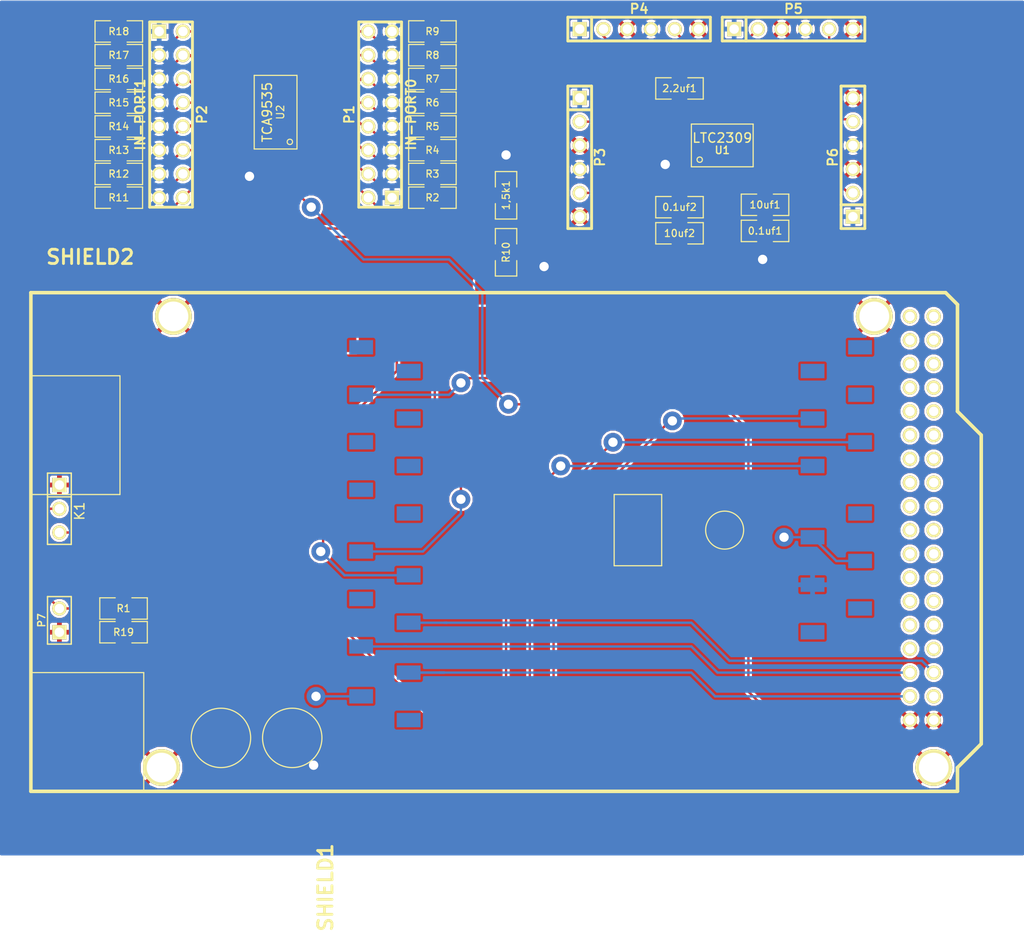
<source format=kicad_pcb>
(kicad_pcb (version 3) (host pcbnew "(2013-07-07 BZR 4022)-stable")
  (layers (15 F.Cu signal) (0 B.Cu signal) (18 B.Paste user) (19 F.Paste user) (20 B.SilkS user) (21 F.SilkS user) (22 B.Mask user) (23 F.Mask user) (28 Edge.Cuts user))
  (net 0 "")
  (net 1 +5V)
  (net 2 ACCX)
  (net 3 ACCY)
  (net 4 ACCZ)
  (net 5 DIGI_INT)
  (net 6 DISPINT)
  (net 7 GND)
  (net 8 GPUSEL)
  (net 9 MISO)
  (net 10 MOSI)
  (net 11 N-0000010)
  (net 12 N-0000011)
  (net 13 N-0000012)
  (net 14 N-0000021)
  (net 15 N-0000022)
  (net 16 N-0000025)
  (net 17 N-0000026)
  (net 18 N-0000027)
  (net 19 N-0000028)
  (net 20 N-0000029)
  (net 21 N-0000030)
  (net 22 N-0000031)
  (net 23 N-0000032)
  (net 24 N-0000033)
  (net 25 N-0000034)
  (net 26 N-0000035)
  (net 27 N-0000036)
  (net 28 N-0000037)
  (net 29 N-0000038)
  (net 30 N-0000039)
  (net 31 N-0000040)
  (net 32 N-000005)
  (net 33 N-000006)
  (net 34 N-000007)
  (net 35 N-000008)
  (net 36 N-000009)
  (net 37 PPM)
  (net 38 SCK)
  (net 39 SCL)
  (net 40 SDA)
  (net 41 SDSEL)
  (net 42 VIN)
  (net 43 Vsense)
  (module SM1206 (layer F.Cu) (at 73.406 70.866 180)
    (fp_text reference R17 (at 0 0 180) (layer F.SilkS) (effects (font (size 0.762 0.762) (thickness 0.127))))
    (fp_text value 10k hide)
    (pad 1 smd rect (at -1.651 0 180) (size 1.524 2.032) (layers F.Cu F.Paste F.Mask) (net 17 N-0000026))
    (pad 2 smd rect (at 1.651 0 180) (size 1.524 2.032) (layers F.Cu F.Paste F.Mask) (net 7 GND))
  )
  (module SM1206 (layer F.Cu) (at 133.35 74.422)
    (fp_text reference 2.2uf1 (at 0 0) (layer F.SilkS) (effects (font (size 0.762 0.762) (thickness 0.127))))
    (fp_text value C hide)
    (pad 1 smd rect (at -1.651 0) (size 1.524 2.032) (layers F.Cu F.Paste F.Mask) (net 7 GND))
    (pad 2 smd rect (at 1.651 0) (size 1.524 2.032) (layers F.Cu F.Paste F.Mask) (net 15 N-0000022))
  )
  (module SM1206 (layer F.Cu) (at 133.35 87.122)
    (fp_text reference 0.1uf2 (at 0 0) (layer F.SilkS) (effects (font (size 0.762 0.762) (thickness 0.127))))
    (fp_text value C hide)
    (pad 1 smd rect (at -1.651 0) (size 1.524 2.032) (layers F.Cu F.Paste F.Mask) (net 7 GND))
    (pad 2 smd rect (at 1.651 0) (size 1.524 2.032) (layers F.Cu F.Paste F.Mask) (net 14 N-0000021))
  )
  (module SM1206 (layer F.Cu) (at 133.35 89.916 180)
    (fp_text reference 10uf2 (at 0 0 180) (layer F.SilkS) (effects (font (size 0.762 0.762) (thickness 0.127))))
    (fp_text value C hide)
    (pad 1 smd rect (at -1.651 0 180) (size 1.524 2.032) (layers F.Cu F.Paste F.Mask) (net 14 N-0000021))
    (pad 2 smd rect (at 1.651 0 180) (size 1.524 2.032) (layers F.Cu F.Paste F.Mask) (net 7 GND))
  )
  (module SM1206 (layer F.Cu) (at 142.494 89.662)
    (fp_text reference 0.1uf1 (at 0 0) (layer F.SilkS) (effects (font (size 0.762 0.762) (thickness 0.127))))
    (fp_text value C hide)
    (pad 1 smd rect (at -1.651 0) (size 1.524 2.032) (layers F.Cu F.Paste F.Mask) (net 1 +5V))
    (pad 2 smd rect (at 1.651 0) (size 1.524 2.032) (layers F.Cu F.Paste F.Mask) (net 7 GND))
  )
  (module SM1206 (layer F.Cu) (at 106.934 68.326 180)
    (fp_text reference R9 (at 0 0 180) (layer F.SilkS) (effects (font (size 0.762 0.762) (thickness 0.127))))
    (fp_text value 10k hide)
    (pad 1 smd rect (at -1.651 0 180) (size 1.524 2.032) (layers F.Cu F.Paste F.Mask) (net 7 GND))
    (pad 2 smd rect (at 1.651 0 180) (size 1.524 2.032) (layers F.Cu F.Paste F.Mask) (net 18 N-0000027))
  )
  (module SM1206 (layer F.Cu) (at 106.934 70.866 180)
    (fp_text reference R8 (at 0 0 180) (layer F.SilkS) (effects (font (size 0.762 0.762) (thickness 0.127))))
    (fp_text value 10k hide)
    (pad 1 smd rect (at -1.651 0 180) (size 1.524 2.032) (layers F.Cu F.Paste F.Mask) (net 7 GND))
    (pad 2 smd rect (at 1.651 0 180) (size 1.524 2.032) (layers F.Cu F.Paste F.Mask) (net 19 N-0000028))
  )
  (module SM1206 (layer F.Cu) (at 106.934 73.406 180)
    (fp_text reference R7 (at 0 0 180) (layer F.SilkS) (effects (font (size 0.762 0.762) (thickness 0.127))))
    (fp_text value 10k hide)
    (pad 1 smd rect (at -1.651 0 180) (size 1.524 2.032) (layers F.Cu F.Paste F.Mask) (net 7 GND))
    (pad 2 smd rect (at 1.651 0 180) (size 1.524 2.032) (layers F.Cu F.Paste F.Mask) (net 20 N-0000029))
  )
  (module SM1206 (layer F.Cu) (at 106.934 75.946 180)
    (fp_text reference R6 (at 0 0 180) (layer F.SilkS) (effects (font (size 0.762 0.762) (thickness 0.127))))
    (fp_text value 10k hide)
    (pad 1 smd rect (at -1.651 0 180) (size 1.524 2.032) (layers F.Cu F.Paste F.Mask) (net 7 GND))
    (pad 2 smd rect (at 1.651 0 180) (size 1.524 2.032) (layers F.Cu F.Paste F.Mask) (net 21 N-0000030))
  )
  (module SM1206 (layer F.Cu) (at 106.934 78.486 180)
    (fp_text reference R5 (at 0 0 180) (layer F.SilkS) (effects (font (size 0.762 0.762) (thickness 0.127))))
    (fp_text value 10k hide)
    (pad 1 smd rect (at -1.651 0 180) (size 1.524 2.032) (layers F.Cu F.Paste F.Mask) (net 7 GND))
    (pad 2 smd rect (at 1.651 0 180) (size 1.524 2.032) (layers F.Cu F.Paste F.Mask) (net 16 N-0000025))
  )
  (module SM1206 (layer F.Cu) (at 106.934 81.026 180)
    (fp_text reference R4 (at 0 0 180) (layer F.SilkS) (effects (font (size 0.762 0.762) (thickness 0.127))))
    (fp_text value 10k hide)
    (pad 1 smd rect (at -1.651 0 180) (size 1.524 2.032) (layers F.Cu F.Paste F.Mask) (net 7 GND))
    (pad 2 smd rect (at 1.651 0 180) (size 1.524 2.032) (layers F.Cu F.Paste F.Mask) (net 24 N-0000033))
  )
  (module SM1206 (layer F.Cu) (at 106.934 83.566 180)
    (fp_text reference R3 (at 0 0 180) (layer F.SilkS) (effects (font (size 0.762 0.762) (thickness 0.127))))
    (fp_text value 10k hide)
    (pad 1 smd rect (at -1.651 0 180) (size 1.524 2.032) (layers F.Cu F.Paste F.Mask) (net 7 GND))
    (pad 2 smd rect (at 1.651 0 180) (size 1.524 2.032) (layers F.Cu F.Paste F.Mask) (net 25 N-0000034))
  )
  (module SM1206 (layer F.Cu) (at 106.934 86.106 180)
    (fp_text reference R2 (at 0 0 180) (layer F.SilkS) (effects (font (size 0.762 0.762) (thickness 0.127))))
    (fp_text value 10k hide)
    (pad 1 smd rect (at -1.651 0 180) (size 1.524 2.032) (layers F.Cu F.Paste F.Mask) (net 7 GND))
    (pad 2 smd rect (at 1.651 0 180) (size 1.524 2.032) (layers F.Cu F.Paste F.Mask) (net 23 N-0000032))
  )
  (module SM1206 (layer F.Cu) (at 73.406 68.326 180)
    (fp_text reference R18 (at 0 0 180) (layer F.SilkS) (effects (font (size 0.762 0.762) (thickness 0.127))))
    (fp_text value 10k hide)
    (pad 1 smd rect (at -1.651 0 180) (size 1.524 2.032) (layers F.Cu F.Paste F.Mask) (net 22 N-0000031))
    (pad 2 smd rect (at 1.651 0 180) (size 1.524 2.032) (layers F.Cu F.Paste F.Mask) (net 7 GND))
  )
  (module SM1206 (layer F.Cu) (at 73.406 73.406 180)
    (fp_text reference R16 (at 0 0 180) (layer F.SilkS) (effects (font (size 0.762 0.762) (thickness 0.127))))
    (fp_text value 10k hide)
    (pad 1 smd rect (at -1.651 0 180) (size 1.524 2.032) (layers F.Cu F.Paste F.Mask) (net 31 N-0000040))
    (pad 2 smd rect (at 1.651 0 180) (size 1.524 2.032) (layers F.Cu F.Paste F.Mask) (net 7 GND))
  )
  (module SM1206 (layer F.Cu) (at 142.494 86.868)
    (fp_text reference 10uf1 (at 0 0) (layer F.SilkS) (effects (font (size 0.762 0.762) (thickness 0.127))))
    (fp_text value C hide)
    (pad 1 smd rect (at -1.651 0) (size 1.524 2.032) (layers F.Cu F.Paste F.Mask) (net 1 +5V))
    (pad 2 smd rect (at 1.651 0) (size 1.524 2.032) (layers F.Cu F.Paste F.Mask) (net 7 GND))
  )
  (module SM1206 (layer F.Cu) (at 114.808 91.948 270)
    (fp_text reference R10 (at 0 0 270) (layer F.SilkS) (effects (font (size 0.762 0.762) (thickness 0.127))))
    (fp_text value 1,5k hide)
    (pad 1 smd rect (at -1.651 0 270) (size 1.524 2.032) (layers F.Cu F.Paste F.Mask) (net 40 SDA))
    (pad 2 smd rect (at 1.651 0 270) (size 1.524 2.032) (layers F.Cu F.Paste F.Mask) (net 1 +5V))
  )
  (module SM1206 (layer F.Cu) (at 114.808 85.852 90)
    (fp_text reference 1,5k1 (at 0 0 90) (layer F.SilkS) (effects (font (size 0.762 0.762) (thickness 0.127))))
    (fp_text value 1,5k hide)
    (pad 1 smd rect (at -1.651 0 90) (size 1.524 2.032) (layers F.Cu F.Paste F.Mask) (net 39 SCL))
    (pad 2 smd rect (at 1.651 0 90) (size 1.524 2.032) (layers F.Cu F.Paste F.Mask) (net 1 +5V))
  )
  (module SM1206 (layer F.Cu) (at 73.406 86.106 180)
    (fp_text reference R11 (at 0 0 180) (layer F.SilkS) (effects (font (size 0.762 0.762) (thickness 0.127))))
    (fp_text value 10k hide)
    (pad 1 smd rect (at -1.651 0 180) (size 1.524 2.032) (layers F.Cu F.Paste F.Mask) (net 27 N-0000036))
    (pad 2 smd rect (at 1.651 0 180) (size 1.524 2.032) (layers F.Cu F.Paste F.Mask) (net 7 GND))
  )
  (module SM1206 (layer F.Cu) (at 73.406 83.566 180)
    (fp_text reference R12 (at 0 0 180) (layer F.SilkS) (effects (font (size 0.762 0.762) (thickness 0.127))))
    (fp_text value 10k hide)
    (pad 1 smd rect (at -1.651 0 180) (size 1.524 2.032) (layers F.Cu F.Paste F.Mask) (net 26 N-0000035))
    (pad 2 smd rect (at 1.651 0 180) (size 1.524 2.032) (layers F.Cu F.Paste F.Mask) (net 7 GND))
  )
  (module SM1206 (layer F.Cu) (at 73.406 81.026 180)
    (fp_text reference R13 (at 0 0 180) (layer F.SilkS) (effects (font (size 0.762 0.762) (thickness 0.127))))
    (fp_text value 10k hide)
    (pad 1 smd rect (at -1.651 0 180) (size 1.524 2.032) (layers F.Cu F.Paste F.Mask) (net 28 N-0000037))
    (pad 2 smd rect (at 1.651 0 180) (size 1.524 2.032) (layers F.Cu F.Paste F.Mask) (net 7 GND))
  )
  (module SM1206 (layer F.Cu) (at 73.406 78.486 180)
    (fp_text reference R14 (at 0 0 180) (layer F.SilkS) (effects (font (size 0.762 0.762) (thickness 0.127))))
    (fp_text value 10k hide)
    (pad 1 smd rect (at -1.651 0 180) (size 1.524 2.032) (layers F.Cu F.Paste F.Mask) (net 29 N-0000038))
    (pad 2 smd rect (at 1.651 0 180) (size 1.524 2.032) (layers F.Cu F.Paste F.Mask) (net 7 GND))
  )
  (module SM1206 (layer F.Cu) (at 73.406 75.946 180)
    (fp_text reference R15 (at 0 0 180) (layer F.SilkS) (effects (font (size 0.762 0.762) (thickness 0.127))))
    (fp_text value 10k hide)
    (pad 1 smd rect (at -1.651 0 180) (size 1.524 2.032) (layers F.Cu F.Paste F.Mask) (net 30 N-0000039))
    (pad 2 smd rect (at 1.651 0 180) (size 1.524 2.032) (layers F.Cu F.Paste F.Mask) (net 7 GND))
  )
  (module pin_array_8x2 (layer F.Cu) (at 78.994 77.216 270)
    (fp_text reference P2 (at 0 -3.302 270) (layer F.SilkS) (effects (font (size 1.016 1.016) (thickness 0.2032))))
    (fp_text value IN-PORT1 (at 0 3.302 270) (layer F.SilkS) (effects (font (size 1.016 1.016) (thickness 0.2032))))
    (pad 1 thru_hole rect (at -8.89 1.27 270) (size 1.524 1.524) (drill 1.016) (layers *.Cu *.Mask F.SilkS) (net 1 +5V))
    (pad 2 thru_hole circle (at -8.89 -1.27 270) (size 1.524 1.524) (drill 1.016) (layers *.Cu *.Mask F.SilkS) (net 22 N-0000031))
    (pad 3 thru_hole circle (at -6.35 1.27 270) (size 1.524 1.524) (drill 1.016) (layers *.Cu *.Mask F.SilkS) (net 1 +5V))
    (pad 4 thru_hole circle (at -6.35 -1.27 270) (size 1.524 1.524) (drill 1.016) (layers *.Cu *.Mask F.SilkS) (net 17 N-0000026))
    (pad 5 thru_hole circle (at -3.81 1.27 270) (size 1.524 1.524) (drill 1.016) (layers *.Cu *.Mask F.SilkS) (net 1 +5V))
    (pad 6 thru_hole circle (at -3.81 -1.27 270) (size 1.524 1.524) (drill 1.016) (layers *.Cu *.Mask F.SilkS) (net 31 N-0000040))
    (pad 7 thru_hole circle (at -1.27 1.27 270) (size 1.524 1.524) (drill 1.016) (layers *.Cu *.Mask F.SilkS) (net 1 +5V))
    (pad 8 thru_hole circle (at -1.27 -1.27 270) (size 1.524 1.524) (drill 1.016) (layers *.Cu *.Mask F.SilkS) (net 30 N-0000039))
    (pad 9 thru_hole circle (at 1.27 1.27 270) (size 1.524 1.524) (drill 1.016) (layers *.Cu *.Mask F.SilkS) (net 1 +5V))
    (pad 10 thru_hole circle (at 1.27 -1.27 270) (size 1.524 1.524) (drill 1.016) (layers *.Cu *.Mask F.SilkS) (net 29 N-0000038))
    (pad 11 thru_hole circle (at 3.81 1.27 270) (size 1.524 1.524) (drill 1.016) (layers *.Cu *.Mask F.SilkS) (net 1 +5V))
    (pad 12 thru_hole circle (at 3.81 -1.27 270) (size 1.524 1.524) (drill 1.016) (layers *.Cu *.Mask F.SilkS) (net 28 N-0000037))
    (pad 13 thru_hole circle (at 6.35 1.27 270) (size 1.524 1.524) (drill 1.016) (layers *.Cu *.Mask F.SilkS) (net 1 +5V))
    (pad 14 thru_hole circle (at 6.35 -1.27 270) (size 1.524 1.524) (drill 1.016) (layers *.Cu *.Mask F.SilkS) (net 26 N-0000035))
    (pad 15 thru_hole circle (at 8.89 1.27 270) (size 1.524 1.524) (drill 1.016) (layers *.Cu *.Mask F.SilkS) (net 1 +5V))
    (pad 16 thru_hole circle (at 8.89 -1.27 270) (size 1.524 1.524) (drill 1.016) (layers *.Cu *.Mask F.SilkS) (net 27 N-0000036))
  )
  (module pin_array_8x2 (layer F.Cu) (at 101.346 77.216 90)
    (fp_text reference P1 (at 0 -3.302 90) (layer F.SilkS) (effects (font (size 1.016 1.016) (thickness 0.2032))))
    (fp_text value IN-PORT0 (at 0 3.302 90) (layer F.SilkS) (effects (font (size 1.016 1.016) (thickness 0.2032))))
    (pad 1 thru_hole rect (at -8.89 1.27 90) (size 1.524 1.524) (drill 1.016) (layers *.Cu *.Mask F.SilkS) (net 1 +5V))
    (pad 2 thru_hole circle (at -8.89 -1.27 90) (size 1.524 1.524) (drill 1.016) (layers *.Cu *.Mask F.SilkS) (net 23 N-0000032))
    (pad 3 thru_hole circle (at -6.35 1.27 90) (size 1.524 1.524) (drill 1.016) (layers *.Cu *.Mask F.SilkS) (net 1 +5V))
    (pad 4 thru_hole circle (at -6.35 -1.27 90) (size 1.524 1.524) (drill 1.016) (layers *.Cu *.Mask F.SilkS) (net 25 N-0000034))
    (pad 5 thru_hole circle (at -3.81 1.27 90) (size 1.524 1.524) (drill 1.016) (layers *.Cu *.Mask F.SilkS) (net 1 +5V))
    (pad 6 thru_hole circle (at -3.81 -1.27 90) (size 1.524 1.524) (drill 1.016) (layers *.Cu *.Mask F.SilkS) (net 24 N-0000033))
    (pad 7 thru_hole circle (at -1.27 1.27 90) (size 1.524 1.524) (drill 1.016) (layers *.Cu *.Mask F.SilkS) (net 1 +5V))
    (pad 8 thru_hole circle (at -1.27 -1.27 90) (size 1.524 1.524) (drill 1.016) (layers *.Cu *.Mask F.SilkS) (net 16 N-0000025))
    (pad 9 thru_hole circle (at 1.27 1.27 90) (size 1.524 1.524) (drill 1.016) (layers *.Cu *.Mask F.SilkS) (net 1 +5V))
    (pad 10 thru_hole circle (at 1.27 -1.27 90) (size 1.524 1.524) (drill 1.016) (layers *.Cu *.Mask F.SilkS) (net 21 N-0000030))
    (pad 11 thru_hole circle (at 3.81 1.27 90) (size 1.524 1.524) (drill 1.016) (layers *.Cu *.Mask F.SilkS) (net 1 +5V))
    (pad 12 thru_hole circle (at 3.81 -1.27 90) (size 1.524 1.524) (drill 1.016) (layers *.Cu *.Mask F.SilkS) (net 20 N-0000029))
    (pad 13 thru_hole circle (at 6.35 1.27 90) (size 1.524 1.524) (drill 1.016) (layers *.Cu *.Mask F.SilkS) (net 1 +5V))
    (pad 14 thru_hole circle (at 6.35 -1.27 90) (size 1.524 1.524) (drill 1.016) (layers *.Cu *.Mask F.SilkS) (net 19 N-0000028))
    (pad 15 thru_hole circle (at 8.89 1.27 90) (size 1.524 1.524) (drill 1.016) (layers *.Cu *.Mask F.SilkS) (net 1 +5V))
    (pad 16 thru_hole circle (at 8.89 -1.27 90) (size 1.524 1.524) (drill 1.016) (layers *.Cu *.Mask F.SilkS) (net 18 N-0000027))
  )
  (module PIN_ARRAY-6X1 (layer F.Cu) (at 151.892 81.788 90)
    (fp_text reference P6 (at 0 -2.159 90) (layer F.SilkS) (effects (font (size 1.016 1.016) (thickness 0.2032))))
    (fp_text value ACH01 hide)
    (pad 1 thru_hole rect (at -6.35 0 90) (size 1.524 1.524) (drill 1.016) (layers *.Cu *.Mask F.SilkS) (net 1 +5V))
    (pad 2 thru_hole circle (at -3.81 0 90) (size 1.524 1.524) (drill 1.016) (layers *.Cu *.Mask F.SilkS) (net 33 N-000006))
    (pad 3 thru_hole circle (at -1.27 0 90) (size 1.524 1.524) (drill 1.016) (layers *.Cu *.Mask F.SilkS) (net 7 GND))
    (pad 4 thru_hole circle (at 1.27 0 90) (size 1.524 1.524) (drill 1.016) (layers *.Cu *.Mask F.SilkS) (net 1 +5V))
    (pad 5 thru_hole circle (at 3.81 0 90) (size 1.524 1.524) (drill 1.016) (layers *.Cu *.Mask F.SilkS) (net 34 N-000007))
    (pad 6 thru_hole circle (at 6.35 0 90) (size 1.524 1.524) (drill 1.016) (layers *.Cu *.Mask F.SilkS) (net 7 GND))
  )
  (module PIN_ARRAY-6X1 (layer F.Cu) (at 145.542 68.072)
    (fp_text reference P5 (at 0 -2.159) (layer F.SilkS) (effects (font (size 1.016 1.016) (thickness 0.2032))))
    (fp_text value ACH23 hide)
    (pad 1 thru_hole rect (at -6.35 0) (size 1.524 1.524) (drill 1.016) (layers *.Cu *.Mask F.SilkS) (net 1 +5V))
    (pad 2 thru_hole circle (at -3.81 0) (size 1.524 1.524) (drill 1.016) (layers *.Cu *.Mask F.SilkS) (net 12 N-0000011))
    (pad 3 thru_hole circle (at -1.27 0) (size 1.524 1.524) (drill 1.016) (layers *.Cu *.Mask F.SilkS) (net 7 GND))
    (pad 4 thru_hole circle (at 1.27 0) (size 1.524 1.524) (drill 1.016) (layers *.Cu *.Mask F.SilkS) (net 1 +5V))
    (pad 5 thru_hole circle (at 3.81 0) (size 1.524 1.524) (drill 1.016) (layers *.Cu *.Mask F.SilkS) (net 13 N-0000012))
    (pad 6 thru_hole circle (at 6.35 0) (size 1.524 1.524) (drill 1.016) (layers *.Cu *.Mask F.SilkS) (net 7 GND))
  )
  (module PIN_ARRAY-6X1 (layer F.Cu) (at 129.032 68.072)
    (fp_text reference P4 (at 0 -2.159) (layer F.SilkS) (effects (font (size 1.016 1.016) (thickness 0.2032))))
    (fp_text value ACH45 hide)
    (pad 1 thru_hole rect (at -6.35 0) (size 1.524 1.524) (drill 1.016) (layers *.Cu *.Mask F.SilkS) (net 1 +5V))
    (pad 2 thru_hole circle (at -3.81 0) (size 1.524 1.524) (drill 1.016) (layers *.Cu *.Mask F.SilkS) (net 11 N-0000010))
    (pad 3 thru_hole circle (at -1.27 0) (size 1.524 1.524) (drill 1.016) (layers *.Cu *.Mask F.SilkS) (net 7 GND))
    (pad 4 thru_hole circle (at 1.27 0) (size 1.524 1.524) (drill 1.016) (layers *.Cu *.Mask F.SilkS) (net 1 +5V))
    (pad 5 thru_hole circle (at 3.81 0) (size 1.524 1.524) (drill 1.016) (layers *.Cu *.Mask F.SilkS) (net 35 N-000008))
    (pad 6 thru_hole circle (at 6.35 0) (size 1.524 1.524) (drill 1.016) (layers *.Cu *.Mask F.SilkS) (net 7 GND))
  )
  (module PIN_ARRAY-6X1 (layer F.Cu) (at 122.682 81.788 270)
    (fp_text reference P3 (at 0 -2.159 270) (layer F.SilkS) (effects (font (size 1.016 1.016) (thickness 0.2032))))
    (fp_text value ACH67 hide)
    (pad 1 thru_hole rect (at -6.35 0 270) (size 1.524 1.524) (drill 1.016) (layers *.Cu *.Mask F.SilkS) (net 1 +5V))
    (pad 2 thru_hole circle (at -3.81 0 270) (size 1.524 1.524) (drill 1.016) (layers *.Cu *.Mask F.SilkS) (net 32 N-000005))
    (pad 3 thru_hole circle (at -1.27 0 270) (size 1.524 1.524) (drill 1.016) (layers *.Cu *.Mask F.SilkS) (net 7 GND))
    (pad 4 thru_hole circle (at 1.27 0 270) (size 1.524 1.524) (drill 1.016) (layers *.Cu *.Mask F.SilkS) (net 1 +5V))
    (pad 5 thru_hole circle (at 3.81 0 270) (size 1.524 1.524) (drill 1.016) (layers *.Cu *.Mask F.SilkS) (net 36 N-000009))
    (pad 6 thru_hole circle (at 6.35 0 270) (size 1.524 1.524) (drill 1.016) (layers *.Cu *.Mask F.SilkS) (net 7 GND))
  )
  (module tssop-20 (layer F.Cu) (at 137.922 80.518)
    (fp_text reference U1 (at 0 0.508) (layer F.SilkS) (effects (font (size 0.8001 0.8001) (thickness 0.14986))))
    (fp_text value LTC2309 (at 0 -0.8001) (layer F.SilkS) (effects (font (size 1.00076 1.00076) (thickness 0.14986))))
    (pad 5 smd rect (at -0.32512 2.79908) (size 0.4191 1.47066) (layers F.Cu F.Paste F.Mask) (net 7 GND))
    (pad 6 smd rect (at 0.32512 2.79908) (size 0.4191 1.47066) (layers F.Cu F.Paste F.Mask) (net 39 SCL))
    (pad 7 smd rect (at 0.97536 2.79908) (size 0.4191 1.47066) (layers F.Cu F.Paste F.Mask) (net 40 SDA))
    (pad 8 smd rect (at 1.6256 2.79908) (size 0.4191 1.47066) (layers F.Cu F.Paste F.Mask) (net 7 GND))
    (pad 19 smd rect (at -2.26568 -2.794) (size 0.4191 1.47066) (layers F.Cu F.Paste F.Mask) (net 7 GND))
    (pad 2 smd rect (at -2.27584 2.79908) (size 0.4191 1.47066) (layers F.Cu F.Paste F.Mask) (net 7 GND))
    (pad 3 smd rect (at -1.6256 2.79908) (size 0.4191 1.47066) (layers F.Cu F.Paste F.Mask) (net 1 +5V))
    (pad 4 smd rect (at -0.97536 2.79908) (size 0.4191 1.47066) (layers F.Cu F.Paste F.Mask) (net 7 GND))
    (pad 12 smd rect (at 2.27584 -2.79908) (size 0.4191 1.47066) (layers F.Cu F.Paste F.Mask) (net 33 N-000006))
    (pad 13 smd rect (at 1.6256 -2.79908) (size 0.4191 1.47066) (layers F.Cu F.Paste F.Mask) (net 13 N-0000012))
    (pad 14 smd rect (at 0.97536 -2.79908) (size 0.4191 1.47066) (layers F.Cu F.Paste F.Mask) (net 12 N-0000011))
    (pad 15 smd rect (at 0.32512 -2.79908) (size 0.4191 1.47066) (layers F.Cu F.Paste F.Mask) (net 35 N-000008))
    (pad 16 smd rect (at -0.32512 -2.79908) (size 0.4191 1.47066) (layers F.Cu F.Paste F.Mask) (net 11 N-0000010))
    (pad 17 smd rect (at -0.97536 -2.79908) (size 0.4191 1.47066) (layers F.Cu F.Paste F.Mask) (net 36 N-000009))
    (pad 9 smd rect (at 2.27584 2.79908) (size 0.4191 1.47066) (layers F.Cu F.Paste F.Mask) (net 7 GND))
    (pad 18 smd rect (at -1.6256 -2.794) (size 0.4191 1.47066) (layers F.Cu F.Paste F.Mask) (net 32 N-000005))
    (pad 1 smd rect (at -2.92608 2.79908) (size 0.4191 1.47066) (layers F.Cu F.Paste F.Mask) (net 14 N-0000021))
    (pad 10 smd rect (at 2.92608 2.79908) (size 0.4191 1.47066) (layers F.Cu F.Paste F.Mask) (net 1 +5V))
    (pad 11 smd rect (at 2.92608 -2.79908) (size 0.4191 1.47066) (layers F.Cu F.Paste F.Mask) (net 34 N-000007))
    (pad 20 smd rect (at -2.92608 -2.79908) (size 0.4191 1.47066) (layers F.Cu F.Paste F.Mask) (net 15 N-0000022))
  )
  (module tssop-24 (layer F.Cu) (at 90.17 76.962 90)
    (fp_text reference U2 (at 0 0.508 90) (layer F.SilkS) (effects (font (size 0.8001 0.8001) (thickness 0.11938))))
    (fp_text value TCA9535 (at 0 -0.89916 90) (layer F.SilkS) (effects (font (size 1.00076 1.00076) (thickness 0.14986))))
    (pad 6 smd rect (at -0.32512 2.79908 90) (size 0.4191 1.47066) (layers F.Cu F.Paste F.Mask) (net 24 N-0000033))
    (pad 7 smd rect (at 0.32512 2.79908 90) (size 0.4191 1.47066) (layers F.Cu F.Paste F.Mask) (net 16 N-0000025))
    (pad 8 smd rect (at 0.97536 2.79908 90) (size 0.4191 1.47066) (layers F.Cu F.Paste F.Mask) (net 21 N-0000030))
    (pad 9 smd rect (at 1.6256 2.79908 90) (size 0.4191 1.47066) (layers F.Cu F.Paste F.Mask) (net 20 N-0000029))
    (pad 22 smd rect (at -2.26568 -2.794 90) (size 0.4191 1.47066) (layers F.Cu F.Paste F.Mask) (net 39 SCL))
    (pad 3 smd rect (at -2.27584 2.79908 90) (size 0.4191 1.47066) (layers F.Cu F.Paste F.Mask) (net 7 GND))
    (pad 4 smd rect (at -1.6256 2.79908 90) (size 0.4191 1.47066) (layers F.Cu F.Paste F.Mask) (net 23 N-0000032))
    (pad 5 smd rect (at -0.97536 2.79908 90) (size 0.4191 1.47066) (layers F.Cu F.Paste F.Mask) (net 25 N-0000034))
    (pad 15 smd rect (at 2.27584 -2.79908 90) (size 0.4191 1.47066) (layers F.Cu F.Paste F.Mask) (net 31 N-0000040))
    (pad 16 smd rect (at 1.6256 -2.79908 90) (size 0.4191 1.47066) (layers F.Cu F.Paste F.Mask) (net 30 N-0000039))
    (pad 17 smd rect (at 0.97536 -2.79908 90) (size 0.4191 1.47066) (layers F.Cu F.Paste F.Mask) (net 29 N-0000038))
    (pad 18 smd rect (at 0.32512 -2.79908 90) (size 0.4191 1.47066) (layers F.Cu F.Paste F.Mask) (net 28 N-0000037))
    (pad 19 smd rect (at -0.32512 -2.79908 90) (size 0.4191 1.47066) (layers F.Cu F.Paste F.Mask) (net 26 N-0000035))
    (pad 20 smd rect (at -0.97536 -2.79908 90) (size 0.4191 1.47066) (layers F.Cu F.Paste F.Mask) (net 27 N-0000036))
    (pad 10 smd rect (at 2.27584 2.79908 90) (size 0.4191 1.47066) (layers F.Cu F.Paste F.Mask) (net 19 N-0000028))
    (pad 21 smd rect (at -1.6256 -2.794 90) (size 0.4191 1.47066) (layers F.Cu F.Paste F.Mask) (net 7 GND))
    (pad 2 smd rect (at -2.92608 2.79908 90) (size 0.4191 1.47066) (layers F.Cu F.Paste F.Mask) (net 7 GND))
    (pad 11 smd rect (at 2.92608 2.79908 90) (size 0.4191 1.47066) (layers F.Cu F.Paste F.Mask) (net 18 N-0000027))
    (pad 14 smd rect (at 2.92608 -2.79908 90) (size 0.4191 1.47066) (layers F.Cu F.Paste F.Mask) (net 17 N-0000026))
    (pad 23 smd rect (at -2.92608 -2.79908 90) (size 0.4191 1.47066) (layers F.Cu F.Paste F.Mask) (net 40 SDA))
    (pad 1 smd rect (at -3.57378 2.79908 90) (size 0.4191 1.47066) (layers F.Cu F.Paste F.Mask) (net 5 DIGI_INT))
    (pad 12 smd rect (at 3.57378 2.79908 90) (size 0.4191 1.47066) (layers F.Cu F.Paste F.Mask) (net 7 GND))
    (pad 13 smd rect (at 3.57378 -2.79908 90) (size 0.4191 1.47066) (layers F.Cu F.Paste F.Mask) (net 22 N-0000031))
    (pad 24 smd rect (at -3.57378 -2.79908 90) (size 0.4191 1.47066) (layers F.Cu F.Paste F.Mask) (net 1 +5V))
  )
  (module ARDUINO_MEGA_SHIELD_SMD (layer F.Cu) (at 64.008 149.606)
    (fp_text reference SHIELD2 (at 6.35 -57.15) (layer F.SilkS) (effects (font (size 1.524 1.524) (thickness 0.3048))))
    (fp_text value ARDUINO_MEGA_SHIELD hide)
    (pad 14 smd rect (at 68.58 -48.26 90) (size 2.54 1.524) (layers F.Cu F.Paste F.Mask))
    (pad 15 smd rect (at 71.12 -53.34 90) (size 2.54 1.524) (layers F.Cu F.Paste F.Mask))
    (pad 16 smd rect (at 73.66 -48.26 90) (size 2.54 1.524) (layers F.Cu F.Paste F.Mask))
    (pad 17 smd rect (at 76.2 -53.34 90) (size 2.54 1.524) (layers F.Cu F.Paste F.Mask))
    (pad 18 smd rect (at 78.74 -48.26 90) (size 2.54 1.524) (layers F.Cu F.Paste F.Mask))
    (pad 19 smd rect (at 81.28 -53.34 90) (size 2.54 1.524) (layers F.Cu F.Paste F.Mask))
    (pad 20 smd rect (at 83.82 -48.26 90) (size 2.54 1.524) (layers F.Cu F.Paste F.Mask) (net 40 SDA))
    (pad 21 smd rect (at 86.36 -53.34 90) (size 2.54 1.524) (layers F.Cu F.Paste F.Mask) (net 39 SCL))
    (pad AD15 smd rect (at 91.44 -5.08 90) (size 2.54 1.524) (layers F.Cu F.Paste F.Mask) (net 5 DIGI_INT))
    (pad AD14 smd rect (at 88.9 0 90) (size 2.54 1.524) (layers F.Cu F.Paste F.Mask) (net 43 Vsense))
    (pad AD13 smd rect (at 86.36 -5.08 90) (size 2.54 1.524) (layers F.Cu F.Paste F.Mask))
    (pad AD12 smd rect (at 83.82 0 90) (size 2.54 1.524) (layers F.Cu F.Paste F.Mask))
    (pad AD8 smd rect (at 73.66 0 90) (size 2.54 1.524) (layers F.Cu F.Paste F.Mask))
    (pad AD7 smd rect (at 68.58 -5.08 90) (size 2.54 1.524) (layers F.Cu F.Paste F.Mask))
    (pad AD6 smd rect (at 66.04 0 90) (size 2.54 1.524) (layers F.Cu F.Paste F.Mask))
    (pad AD9 smd rect (at 76.2 -5.08 90) (size 2.54 1.524) (layers F.Cu F.Paste F.Mask))
    (pad AD10 smd rect (at 78.74 0 90) (size 2.54 1.524) (layers F.Cu F.Paste F.Mask))
    (pad AD11 smd rect (at 81.28 -5.08 90) (size 2.54 1.524) (layers F.Cu F.Paste F.Mask))
    (pad AD5 smd rect (at 63.5 -5.08 90) (size 2.54 1.524) (layers F.Cu F.Paste F.Mask))
    (pad AD4 smd rect (at 60.96 0 90) (size 2.54 1.524) (layers F.Cu F.Paste F.Mask))
    (pad AD3 smd rect (at 58.42 -5.08 90) (size 2.54 1.524) (layers F.Cu F.Paste F.Mask))
    (pad AD0 smd rect (at 50.8 0 90) (size 2.54 1.524) (layers F.Cu F.Paste F.Mask) (net 2 ACCX))
    (pad AD1 smd rect (at 53.34 -5.08 90) (size 2.54 1.524) (layers F.Cu F.Paste F.Mask) (net 3 ACCY))
    (pad AD2 smd rect (at 55.88 0 90) (size 2.54 1.524) (layers F.Cu F.Paste F.Mask) (net 4 ACCZ))
    (pad V_IN smd rect (at 45.72 -5.08 90) (size 2.54 1.524) (layers F.Cu F.Paste F.Mask) (net 42 VIN))
    (pad GND2 smd rect (at 43.18 0 90) (size 2.54 1.524) (layers F.Cu F.Paste F.Mask) (net 7 GND))
    (pad GND1 smd rect (at 40.64 -5.08 90) (size 2.54 1.524) (layers F.Cu F.Paste F.Mask) (net 7 GND))
    (pad 3V3 smd rect (at 35.56 -5.08 90) (size 2.54 1.524) (layers F.Cu F.Paste F.Mask))
    (pad RST smd rect (at 33.02 0 90) (size 2.54 1.524) (layers F.Cu F.Paste F.Mask))
    (pad 0 smd rect (at 63.5 -53.34 90) (size 2.54 1.524) (layers F.Cu F.Paste F.Mask))
    (pad 1 smd rect (at 60.96 -48.26 90) (size 2.54 1.524) (layers F.Cu F.Paste F.Mask))
    (pad 2 smd rect (at 58.42 -53.34 90) (size 2.54 1.524) (layers F.Cu F.Paste F.Mask) (net 6 DISPINT))
    (pad 3 smd rect (at 55.88 -48.26 90) (size 2.54 1.524) (layers F.Cu F.Paste F.Mask))
    (pad 4 smd rect (at 53.34 -53.34 90) (size 2.54 1.524) (layers F.Cu F.Paste F.Mask))
    (pad 5 smd rect (at 50.8 -48.26 90) (size 2.54 1.524) (layers F.Cu F.Paste F.Mask))
    (pad 6 smd rect (at 48.26 -53.34 90) (size 2.54 1.524) (layers F.Cu F.Paste F.Mask))
    (pad 7 smd rect (at 45.72 -48.26 90) (size 2.54 1.524) (layers F.Cu F.Paste F.Mask))
    (pad 8 smd rect (at 41.656 -53.34 90) (size 2.54 1.524) (layers F.Cu F.Paste F.Mask) (net 8 GPUSEL))
    (pad 9 smd rect (at 39.116 -48.26 90) (size 2.54 1.524) (layers F.Cu F.Paste F.Mask) (net 41 SDSEL))
    (pad 10 smd rect (at 36.576 -53.34 90) (size 2.54 1.524) (layers F.Cu F.Paste F.Mask))
    (pad 11 smd rect (at 34.036 -48.26 90) (size 2.54 1.524) (layers F.Cu F.Paste F.Mask))
    (pad 12 smd rect (at 31.496 -53.34 90) (size 2.54 1.524) (layers F.Cu F.Paste F.Mask))
    (pad 13 smd rect (at 28.956 -48.26 90) (size 2.54 1.524) (layers F.Cu F.Paste F.Mask) (net 37 PPM))
    (pad GND3 smd rect (at 26.416 -53.34 90) (size 2.54 1.524) (layers F.Cu F.Paste F.Mask) (net 7 GND))
    (pad AREF smd rect (at 23.876 -48.26 90) (size 2.54 1.524) (layers F.Cu F.Paste F.Mask))
    (pad 5V smd rect (at 38.1 0 90) (size 2.54 1.524) (layers F.Cu F.Paste F.Mask) (net 1 +5V))
    (pad GND1 thru_hole circle (at 96.52 -2.54 90) (size 3.937 3.937) (drill 3.175) (layers *.Cu *.Mask F.SilkS) (net 7 GND))
    (pad GND1 thru_hole circle (at 90.17 -50.8 90) (size 3.937 3.937) (drill 3.175) (layers *.Cu *.Mask F.SilkS) (net 7 GND))
    (pad GND1 thru_hole circle (at 15.24 -50.8 90) (size 3.937 3.937) (drill 3.175) (layers *.Cu *.Mask F.SilkS) (net 7 GND))
    (pad GND1 thru_hole circle (at 13.97 -2.54 90) (size 3.937 3.937) (drill 3.175) (layers *.Cu *.Mask F.SilkS) (net 7 GND))
    (pad 22 thru_hole circle (at 93.98 -48.26) (size 1.524 1.524) (drill 1.016) (layers *.Cu *.Mask F.SilkS))
    (pad 23 thru_hole circle (at 96.52 -48.26) (size 1.524 1.524) (drill 1.016) (layers *.Cu *.Mask F.SilkS))
    (pad 24 thru_hole circle (at 93.98 -45.72) (size 1.524 1.524) (drill 1.016) (layers *.Cu *.Mask F.SilkS))
    (pad 25 thru_hole circle (at 96.52 -45.72) (size 1.524 1.524) (drill 1.016) (layers *.Cu *.Mask F.SilkS))
    (pad 26 thru_hole circle (at 93.98 -43.18) (size 1.524 1.524) (drill 1.016) (layers *.Cu *.Mask F.SilkS))
    (pad 27 thru_hole circle (at 96.52 -43.18) (size 1.524 1.524) (drill 1.016) (layers *.Cu *.Mask F.SilkS))
    (pad 28 thru_hole circle (at 93.98 -40.64) (size 1.524 1.524) (drill 1.016) (layers *.Cu *.Mask F.SilkS))
    (pad 29 thru_hole circle (at 96.52 -40.64) (size 1.524 1.524) (drill 1.016) (layers *.Cu *.Mask F.SilkS))
    (pad 5V_4 thru_hole circle (at 93.98 -50.8) (size 1.524 1.524) (drill 1.016) (layers *.Cu *.Mask F.SilkS))
    (pad 5V_5 thru_hole circle (at 96.52 -50.8) (size 1.524 1.524) (drill 1.016) (layers *.Cu *.Mask F.SilkS))
    (pad 31 thru_hole circle (at 96.52 -38.1) (size 1.524 1.524) (drill 1.016) (layers *.Cu *.Mask F.SilkS))
    (pad 30 thru_hole circle (at 93.98 -38.1) (size 1.524 1.524) (drill 1.016) (layers *.Cu *.Mask F.SilkS))
    (pad 32 thru_hole circle (at 93.98 -35.56) (size 1.524 1.524) (drill 1.016) (layers *.Cu *.Mask F.SilkS))
    (pad 33 thru_hole circle (at 96.52 -35.56) (size 1.524 1.524) (drill 1.016) (layers *.Cu *.Mask F.SilkS))
    (pad 34 thru_hole circle (at 93.98 -33.02) (size 1.524 1.524) (drill 1.016) (layers *.Cu *.Mask F.SilkS))
    (pad 35 thru_hole circle (at 96.52 -33.02) (size 1.524 1.524) (drill 1.016) (layers *.Cu *.Mask F.SilkS))
    (pad 36 thru_hole circle (at 93.98 -30.48) (size 1.524 1.524) (drill 1.016) (layers *.Cu *.Mask F.SilkS))
    (pad 37 thru_hole circle (at 96.52 -30.48) (size 1.524 1.524) (drill 1.016) (layers *.Cu *.Mask F.SilkS))
    (pad 38 thru_hole circle (at 93.98 -27.94) (size 1.524 1.524) (drill 1.016) (layers *.Cu *.Mask F.SilkS))
    (pad 39 thru_hole circle (at 96.52 -27.94) (size 1.524 1.524) (drill 1.016) (layers *.Cu *.Mask F.SilkS))
    (pad 40 thru_hole circle (at 93.98 -25.4) (size 1.524 1.524) (drill 1.016) (layers *.Cu *.Mask F.SilkS))
    (pad 41 thru_hole circle (at 96.52 -25.4) (size 1.524 1.524) (drill 1.016) (layers *.Cu *.Mask F.SilkS))
    (pad 42 thru_hole circle (at 93.98 -22.86) (size 1.524 1.524) (drill 1.016) (layers *.Cu *.Mask F.SilkS))
    (pad 43 thru_hole circle (at 96.52 -22.86) (size 1.524 1.524) (drill 1.016) (layers *.Cu *.Mask F.SilkS))
    (pad 44 thru_hole circle (at 93.98 -20.32) (size 1.524 1.524) (drill 1.016) (layers *.Cu *.Mask F.SilkS))
    (pad 45 thru_hole circle (at 96.52 -20.32) (size 1.524 1.524) (drill 1.016) (layers *.Cu *.Mask F.SilkS))
    (pad 46 thru_hole circle (at 93.98 -17.78) (size 1.524 1.524) (drill 1.016) (layers *.Cu *.Mask F.SilkS))
    (pad 47 thru_hole circle (at 96.52 -17.78) (size 1.524 1.524) (drill 1.016) (layers *.Cu *.Mask F.SilkS))
    (pad 48 thru_hole circle (at 93.98 -15.24) (size 1.524 1.524) (drill 1.016) (layers *.Cu *.Mask F.SilkS))
    (pad 49 thru_hole circle (at 96.52 -15.24) (size 1.524 1.524) (drill 1.016) (layers *.Cu *.Mask F.SilkS))
    (pad 50 thru_hole circle (at 93.98 -12.7) (size 1.524 1.524) (drill 1.016) (layers *.Cu *.Mask F.SilkS) (net 9 MISO))
    (pad 51 thru_hole circle (at 96.52 -12.7) (size 1.524 1.524) (drill 1.016) (layers *.Cu *.Mask F.SilkS) (net 10 MOSI))
    (pad 52 thru_hole circle (at 93.98 -10.16) (size 1.524 1.524) (drill 1.016) (layers *.Cu *.Mask F.SilkS) (net 38 SCK))
    (pad 53 thru_hole circle (at 96.52 -10.16) (size 1.524 1.524) (drill 1.016) (layers *.Cu *.Mask F.SilkS))
    (pad GND4 thru_hole circle (at 93.98 -7.62) (size 1.524 1.524) (drill 1.016) (layers *.Cu *.Mask F.SilkS) (net 7 GND))
    (pad GND5 thru_hole circle (at 96.52 -7.62) (size 1.524 1.524) (drill 1.016) (layers *.Cu *.Mask F.SilkS) (net 7 GND))
  )
  (module ARDUINO_SHIELD_SMD (layer F.Cu) (at 152.654 165.608 90)
    (fp_text reference SHIELD1 (at 5.715 -57.15 90) (layer F.SilkS) (effects (font (size 1.524 1.524) (thickness 0.3048))))
    (fp_text value ARDUINO_SHIELD hide)
    (pad AD5 smd rect (at 63.5 0 180) (size 2.54 1.524) (layers B.Cu B.Paste B.Mask))
    (pad AD4 smd rect (at 60.96 -5.08 180) (size 2.54 1.524) (layers B.Cu B.Paste B.Mask))
    (pad AD3 smd rect (at 58.42 0 180) (size 2.54 1.524) (layers B.Cu B.Paste B.Mask))
    (pad AD0 smd rect (at 50.8 -5.08 180) (size 2.54 1.524) (layers B.Cu B.Paste B.Mask) (net 2 ACCX))
    (pad AD1 smd rect (at 53.34 0 180) (size 2.54 1.524) (layers B.Cu B.Paste B.Mask) (net 3 ACCY))
    (pad AD2 smd rect (at 55.88 -5.08 180) (size 2.54 1.524) (layers B.Cu B.Paste B.Mask) (net 4 ACCZ))
    (pad V_IN smd rect (at 45.72 0 180) (size 2.54 1.524) (layers B.Cu B.Paste B.Mask))
    (pad GND2 smd rect (at 43.18 -5.08 180) (size 2.54 1.524) (layers B.Cu B.Paste B.Mask) (net 7 GND))
    (pad GND1 smd rect (at 40.64 0 180) (size 2.54 1.524) (layers B.Cu B.Paste B.Mask) (net 7 GND))
    (pad 3V3 smd rect (at 35.56 0 180) (size 2.54 1.524) (layers B.Cu B.Paste B.Mask))
    (pad RST smd rect (at 33.02 -5.08 180) (size 2.54 1.524) (layers B.Cu B.Paste B.Mask))
    (pad 0 smd rect (at 63.5 -53.34 180) (size 2.54 1.524) (layers B.Cu B.Paste B.Mask))
    (pad 1 smd rect (at 60.96 -48.26 180) (size 2.54 1.524) (layers B.Cu B.Paste B.Mask))
    (pad 2 smd rect (at 58.42 -53.34 180) (size 2.54 1.524) (layers B.Cu B.Paste B.Mask) (net 6 DISPINT))
    (pad 3 smd rect (at 55.88 -48.26 180) (size 2.54 1.524) (layers B.Cu B.Paste B.Mask))
    (pad 4 smd rect (at 53.34 -53.34 180) (size 2.54 1.524) (layers B.Cu B.Paste B.Mask))
    (pad 5 smd rect (at 50.8 -48.26 180) (size 2.54 1.524) (layers B.Cu B.Paste B.Mask))
    (pad 6 smd rect (at 48.26 -53.34 180) (size 2.54 1.524) (layers B.Cu B.Paste B.Mask))
    (pad 7 smd rect (at 45.72 -48.26 180) (size 2.54 1.524) (layers B.Cu B.Paste B.Mask))
    (pad 8 smd rect (at 41.656 -53.34 180) (size 2.54 1.524) (layers B.Cu B.Paste B.Mask) (net 8 GPUSEL))
    (pad 9 smd rect (at 39.116 -48.26 180) (size 2.54 1.524) (layers B.Cu B.Paste B.Mask) (net 41 SDSEL))
    (pad 10 smd rect (at 36.576 -53.34 180) (size 2.54 1.524) (layers B.Cu B.Paste B.Mask))
    (pad 11 smd rect (at 34.036 -48.26 180) (size 2.54 1.524) (layers B.Cu B.Paste B.Mask) (net 10 MOSI))
    (pad 12 smd rect (at 31.496 -53.34 180) (size 2.54 1.524) (layers B.Cu B.Paste B.Mask) (net 9 MISO))
    (pad 13 smd rect (at 28.702 -48.26 180) (size 2.54 1.524) (layers B.Cu B.Paste B.Mask) (net 38 SCK))
    (pad GND3 smd rect (at 26.162 -53.34 180) (size 2.54 1.524) (layers B.Cu B.Paste B.Mask) (net 7 GND))
    (pad AREF smd rect (at 23.622 -48.26 180) (size 2.54 1.524) (layers B.Cu B.Paste B.Mask))
    (pad 5V smd rect (at 38.1 -5.08 180) (size 2.54 1.524) (layers B.Cu B.Paste B.Mask) (net 1 +5V))
  )
  (module PIN_ARRAY_3X1 (layer F.Cu) (at 67.056 119.38 270)
    (fp_text reference K1 (at 0.254 -2.159 270) (layer F.SilkS) (effects (font (size 1.016 1.016) (thickness 0.1524))))
    (fp_text value PPM_OUT hide)
    (pad 1 thru_hole rect (at -2.54 0 270) (size 1.524 1.524) (drill 1.016) (layers *.Cu *.Mask F.SilkS) (net 7 GND))
    (pad 2 thru_hole circle (at 0 0 270) (size 1.524 1.524) (drill 1.016) (layers *.Cu *.Mask F.SilkS) (net 42 VIN))
    (pad 3 thru_hole circle (at 2.54 0 270) (size 1.524 1.524) (drill 1.016) (layers *.Cu *.Mask F.SilkS) (net 37 PPM))
  )
  (module SM1206 (layer F.Cu) (at 73.914 130.048 180)
    (fp_text reference R1 (at 0 0 180) (layer F.SilkS) (effects (font (size 0.762 0.762) (thickness 0.127))))
    (fp_text value 10k hide)
    (pad 1 smd rect (at -1.651 0 180) (size 1.524 2.032) (layers F.Cu F.Paste F.Mask) (net 43 Vsense))
    (pad 2 smd rect (at 1.651 0 180) (size 1.524 2.032) (layers F.Cu F.Paste F.Mask) (net 42 VIN))
  )
  (module SM1206 (layer F.Cu) (at 73.914 132.588)
    (fp_text reference R19 (at 0 0) (layer F.SilkS) (effects (font (size 0.762 0.762) (thickness 0.127))))
    (fp_text value 10k hide)
    (pad 1 smd rect (at -1.651 0) (size 1.524 2.032) (layers F.Cu F.Paste F.Mask) (net 7 GND))
    (pad 2 smd rect (at 1.651 0) (size 1.524 2.032) (layers F.Cu F.Paste F.Mask) (net 43 Vsense))
  )
  (module PIN_ARRAY_2X1 (layer F.Cu) (at 67.056 131.318 90)
    (fp_text reference P7 (at 0 -1.905 90) (layer F.SilkS) (effects (font (size 0.762 0.762) (thickness 0.1524))))
    (fp_text value Vinput hide)
    (pad 1 thru_hole rect (at -1.27 0 90) (size 1.524 1.524) (drill 1.016) (layers *.Cu *.Mask F.SilkS) (net 7 GND))
    (pad 2 thru_hole circle (at 1.27 0 90) (size 1.524 1.524) (drill 1.016) (layers *.Cu *.Mask F.SilkS) (net 42 VIN))
  )
  (segment (start 136.2964 83.31708) (end 136.2964 81.6864) (width 0.254) (layer F.Cu) (net 1))
  (via (at 131.826 82.55) (size 2) (layers F.Cu B.Cu) (net 1))
  (segment (start 133.096 81.28) (end 131.826 82.55) (width 0.254) (layer F.Cu) (net 1))
  (segment (start 135.89 81.28) (end 133.096 81.28) (width 0.254) (layer F.Cu) (net 1))
  (segment (start 136.2964 81.6864) (end 135.89 81.28) (width 0.254) (layer F.Cu) (net 1))
  (segment (start 114.808 93.599) (end 118.745 93.599) (width 0.254) (layer F.Cu) (net 1))
  (via (at 118.872 93.472) (size 2) (layers F.Cu B.Cu) (net 1))
  (segment (start 118.745 93.599) (end 118.872 93.472) (width 0.254) (layer F.Cu) (net 1))
  (segment (start 114.808 84.201) (end 114.808 81.534) (width 0.254) (layer F.Cu) (net 1))
  (via (at 114.808 81.534) (size 2) (layers F.Cu B.Cu) (net 1))
  (segment (start 140.843 89.662) (end 140.843 91.313) (width 0.254) (layer F.Cu) (net 1))
  (via (at 142.24 92.71) (size 2) (layers F.Cu B.Cu) (net 1))
  (segment (start 140.843 91.313) (end 142.24 92.71) (width 0.254) (layer F.Cu) (net 1))
  (segment (start 102.108 149.606) (end 102.108 147.32) (width 0.254) (layer F.Cu) (net 1))
  (via (at 94.234 146.812) (size 2) (layers F.Cu B.Cu) (net 1))
  (segment (start 101.6 146.812) (end 94.234 146.812) (width 0.254) (layer F.Cu) (net 1))
  (segment (start 102.108 147.32) (end 101.6 146.812) (width 0.254) (layer F.Cu) (net 1))
  (segment (start 87.37092 80.53578) (end 87.37092 83.81492) (width 0.254) (layer F.Cu) (net 1))
  (via (at 87.376 83.82) (size 2) (layers F.Cu B.Cu) (net 1))
  (segment (start 87.37092 83.81492) (end 87.376 83.82) (width 0.254) (layer F.Cu) (net 1))
  (segment (start 140.84808 83.31708) (end 140.84808 86.86292) (width 0.254) (layer F.Cu) (net 1))
  (segment (start 140.84808 86.86292) (end 140.843 86.868) (width 0.254) (layer F.Cu) (net 1))
  (segment (start 140.843 86.868) (end 140.843 89.662) (width 0.254) (layer F.Cu) (net 1))
  (segment (start 114.808 149.606) (end 114.808 120.65) (width 0.254) (layer F.Cu) (net 2))
  (segment (start 120.65 114.808) (end 147.574 114.808) (width 0.254) (layer B.Cu) (net 2))
  (via (at 120.65 114.808) (size 2) (layers F.Cu B.Cu) (net 2))
  (segment (start 114.808 120.65) (end 120.65 114.808) (width 0.254) (layer F.Cu) (net 2))
  (segment (start 117.348 144.526) (end 117.348 121.158) (width 0.254) (layer F.Cu) (net 3))
  (segment (start 126.238 112.268) (end 152.654 112.268) (width 0.254) (layer B.Cu) (net 3))
  (via (at 126.238 112.268) (size 2) (layers F.Cu B.Cu) (net 3))
  (segment (start 117.348 121.158) (end 126.238 112.268) (width 0.254) (layer F.Cu) (net 3))
  (segment (start 119.888 149.606) (end 119.888 122.428) (width 0.254) (layer F.Cu) (net 4))
  (segment (start 132.842 109.728) (end 147.574 109.728) (width 0.254) (layer B.Cu) (net 4))
  (segment (start 132.588 109.982) (end 132.842 109.728) (width 0.254) (layer B.Cu) (net 4))
  (via (at 132.588 109.982) (size 2) (layers F.Cu B.Cu) (net 4))
  (segment (start 132.334 109.982) (end 132.588 109.982) (width 0.254) (layer F.Cu) (net 4))
  (segment (start 119.888 122.428) (end 132.334 109.982) (width 0.254) (layer F.Cu) (net 4))
  (segment (start 155.448 144.526) (end 155.448 143.51) (width 0.254) (layer F.Cu) (net 5))
  (segment (start 93.98508 87.11692) (end 92.964 86.106) (width 0.254) (layer F.Cu) (net 5))
  (segment (start 92.964 86.106) (end 92.96908 80.53578) (width 0.254) (layer F.Cu) (net 5))
  (segment (start 93.98 87.122) (end 93.98508 87.11692) (width 0.254) (layer F.Cu) (net 5))
  (via (at 93.98 87.122) (size 2) (layers F.Cu B.Cu) (net 5))
  (segment (start 99.568 92.71) (end 93.98 87.122) (width 0.254) (layer B.Cu) (net 5))
  (segment (start 108.712 92.71) (end 99.568 92.71) (width 0.254) (layer B.Cu) (net 5))
  (segment (start 112.268 96.266) (end 108.712 92.71) (width 0.254) (layer B.Cu) (net 5))
  (segment (start 112.268 105.41) (end 112.268 96.266) (width 0.254) (layer B.Cu) (net 5))
  (segment (start 115.062 108.204) (end 112.268 105.41) (width 0.254) (layer B.Cu) (net 5))
  (via (at 115.062 108.204) (size 2) (layers F.Cu B.Cu) (net 5))
  (segment (start 137.922 108.204) (end 115.062 108.204) (width 0.254) (layer F.Cu) (net 5))
  (segment (start 140.716 110.998) (end 137.922 108.204) (width 0.254) (layer F.Cu) (net 5))
  (segment (start 140.716 138.938) (end 140.716 110.998) (width 0.254) (layer F.Cu) (net 5))
  (segment (start 143.256 141.478) (end 140.716 138.938) (width 0.254) (layer F.Cu) (net 5))
  (segment (start 153.416 141.478) (end 143.256 141.478) (width 0.254) (layer F.Cu) (net 5))
  (segment (start 155.448 143.51) (end 153.416 141.478) (width 0.254) (layer F.Cu) (net 5))
  (segment (start 99.314 107.188) (end 108.712 107.188) (width 0.254) (layer B.Cu) (net 6))
  (segment (start 122.428 103.124) (end 122.428 96.266) (width 0.254) (layer F.Cu) (net 6))
  (segment (start 120.142 105.41) (end 122.428 103.124) (width 0.254) (layer F.Cu) (net 6))
  (segment (start 110.49 105.41) (end 120.142 105.41) (width 0.254) (layer F.Cu) (net 6))
  (segment (start 109.982 105.918) (end 110.49 105.41) (width 0.254) (layer F.Cu) (net 6))
  (via (at 109.982 105.918) (size 2) (layers F.Cu B.Cu) (net 6))
  (segment (start 108.712 107.188) (end 109.982 105.918) (width 0.254) (layer B.Cu) (net 6))
  (segment (start 152.654 124.968) (end 150.114 124.968) (width 0.254) (layer B.Cu) (net 7))
  (segment (start 150.114 124.968) (end 147.574 122.428) (width 0.254) (layer B.Cu) (net 7))
  (segment (start 147.574 122.428) (end 144.526 122.428) (width 0.254) (layer B.Cu) (net 7))
  (via (at 144.526 122.428) (size 2) (layers F.Cu B.Cu) (net 7))
  (segment (start 144.526 122.428) (end 144.526 122.682) (width 0.254) (layer F.Cu) (net 7))
  (segment (start 99.314 139.446) (end 94.488 139.446) (width 0.254) (layer B.Cu) (net 7))
  (via (at 94.488 139.446) (size 2) (layers F.Cu B.Cu) (net 7))
  (segment (start 144.145 89.662) (end 144.145 86.868) (width 0.254) (layer F.Cu) (net 7))
  (segment (start 99.314 123.952) (end 105.918 123.952) (width 0.254) (layer B.Cu) (net 8))
  (segment (start 107.188 97.79) (end 105.664 96.266) (width 0.254) (layer F.Cu) (net 8))
  (segment (start 107.188 112.014) (end 107.188 97.79) (width 0.254) (layer F.Cu) (net 8))
  (segment (start 109.982 114.808) (end 107.188 112.014) (width 0.254) (layer F.Cu) (net 8))
  (segment (start 109.982 118.364) (end 109.982 114.808) (width 0.254) (layer F.Cu) (net 8))
  (via (at 109.982 118.364) (size 2) (layers F.Cu B.Cu) (net 8))
  (segment (start 109.982 119.888) (end 109.982 118.364) (width 0.254) (layer B.Cu) (net 8))
  (segment (start 105.918 123.952) (end 109.982 119.888) (width 0.254) (layer B.Cu) (net 8))
  (segment (start 99.314 134.112) (end 104.14 134.112) (width 0.254) (layer B.Cu) (net 9))
  (segment (start 103.886 134.112) (end 104.14 134.112) (width 0.254) (layer B.Cu) (net 9))
  (segment (start 104.14 134.112) (end 134.62 134.112) (width 0.254) (layer B.Cu) (net 9))
  (segment (start 137.414 136.906) (end 157.988 136.906) (width 0.254) (layer B.Cu) (net 9))
  (segment (start 134.62 134.112) (end 137.414 136.906) (width 0.254) (layer B.Cu) (net 9))
  (segment (start 104.394 131.572) (end 108.458 131.572) (width 0.254) (layer B.Cu) (net 10))
  (segment (start 108.204 131.572) (end 108.458 131.572) (width 0.254) (layer B.Cu) (net 10))
  (segment (start 108.458 131.572) (end 134.62 131.572) (width 0.254) (layer B.Cu) (net 10))
  (segment (start 159.258 135.636) (end 160.528 136.906) (width 0.254) (layer B.Cu) (net 10))
  (segment (start 138.684 135.636) (end 159.258 135.636) (width 0.254) (layer B.Cu) (net 10))
  (segment (start 134.62 131.572) (end 138.684 135.636) (width 0.254) (layer B.Cu) (net 10))
  (segment (start 125.222 68.072) (end 125.222 68.834) (width 0.254) (layer F.Cu) (net 11))
  (segment (start 137.59688 72.82688) (end 137.59688 77.71892) (width 0.254) (layer F.Cu) (net 11))
  (segment (start 136.652 71.882) (end 137.59688 72.82688) (width 0.254) (layer F.Cu) (net 11))
  (segment (start 128.27 71.882) (end 136.652 71.882) (width 0.254) (layer F.Cu) (net 11))
  (segment (start 125.222 68.834) (end 128.27 71.882) (width 0.254) (layer F.Cu) (net 11))
  (segment (start 141.732 68.072) (end 138.938 70.866) (width 0.254) (layer F.Cu) (net 12))
  (segment (start 138.938 77.67828) (end 138.89736 77.71892) (width 0.254) (layer F.Cu) (net 12))
  (segment (start 138.938 70.866) (end 138.938 77.67828) (width 0.254) (layer F.Cu) (net 12))
  (segment (start 149.352 68.072) (end 149.352 70.104) (width 0.254) (layer F.Cu) (net 13))
  (segment (start 139.5476 72.7964) (end 139.5476 77.71892) (width 0.254) (layer F.Cu) (net 13))
  (segment (start 140.97 71.374) (end 139.5476 72.7964) (width 0.254) (layer F.Cu) (net 13))
  (segment (start 148.082 71.374) (end 140.97 71.374) (width 0.254) (layer F.Cu) (net 13))
  (segment (start 149.352 70.104) (end 148.082 71.374) (width 0.254) (layer F.Cu) (net 13))
  (segment (start 135.001 87.122) (end 135.001 89.916) (width 0.254) (layer F.Cu) (net 14))
  (segment (start 134.99592 83.31708) (end 134.99592 87.11692) (width 0.254) (layer F.Cu) (net 14))
  (segment (start 134.99592 87.11692) (end 135.001 87.122) (width 0.254) (layer F.Cu) (net 14))
  (segment (start 135.001 74.422) (end 135.001 77.71384) (width 0.254) (layer F.Cu) (net 15))
  (segment (start 135.001 77.71384) (end 134.99592 77.71892) (width 0.254) (layer F.Cu) (net 15))
  (segment (start 105.283 78.486) (end 104.648 78.486) (width 0.254) (layer F.Cu) (net 16))
  (segment (start 104.648 78.486) (end 103.378 79.756) (width 0.254) (layer F.Cu) (net 16))
  (segment (start 100.076 78.486) (end 99.568 78.486) (width 0.254) (layer F.Cu) (net 16))
  (segment (start 93.0402 76.708) (end 92.96908 76.63688) (width 0.254) (layer F.Cu) (net 16))
  (segment (start 97.79 76.708) (end 93.0402 76.708) (width 0.254) (layer F.Cu) (net 16))
  (segment (start 99.568 78.486) (end 97.79 76.708) (width 0.254) (layer F.Cu) (net 16))
  (segment (start 101.346 79.756) (end 100.076 78.486) (width 0.254) (layer F.Cu) (net 16))
  (segment (start 103.378 79.756) (end 101.346 79.756) (width 0.254) (layer F.Cu) (net 16))
  (segment (start 80.264 70.866) (end 81.026 70.866) (width 0.254) (layer F.Cu) (net 17))
  (segment (start 84.19592 74.03592) (end 87.37092 74.03592) (width 0.254) (layer F.Cu) (net 17))
  (segment (start 81.026 70.866) (end 84.19592 74.03592) (width 0.254) (layer F.Cu) (net 17))
  (segment (start 75.057 70.866) (end 75.692 70.866) (width 0.254) (layer F.Cu) (net 17))
  (segment (start 78.994 72.136) (end 80.264 70.866) (width 0.254) (layer F.Cu) (net 17))
  (segment (start 76.962 72.136) (end 78.994 72.136) (width 0.254) (layer F.Cu) (net 17))
  (segment (start 75.692 70.866) (end 76.962 72.136) (width 0.254) (layer F.Cu) (net 17))
  (segment (start 100.076 68.326) (end 98.806 68.326) (width 0.254) (layer F.Cu) (net 18))
  (segment (start 97.16008 74.03592) (end 92.96908 74.03592) (width 0.254) (layer F.Cu) (net 18))
  (segment (start 97.282 73.914) (end 97.16008 74.03592) (width 0.254) (layer F.Cu) (net 18))
  (segment (start 97.282 69.85) (end 97.282 73.914) (width 0.254) (layer F.Cu) (net 18))
  (segment (start 98.806 68.326) (end 97.282 69.85) (width 0.254) (layer F.Cu) (net 18))
  (segment (start 105.283 68.326) (end 104.648 68.326) (width 0.254) (layer F.Cu) (net 18))
  (segment (start 101.346 69.596) (end 100.076 68.326) (width 0.254) (layer F.Cu) (net 18))
  (segment (start 103.378 69.596) (end 101.346 69.596) (width 0.254) (layer F.Cu) (net 18))
  (segment (start 104.648 68.326) (end 103.378 69.596) (width 0.254) (layer F.Cu) (net 18))
  (segment (start 100.076 70.866) (end 99.06 70.866) (width 0.254) (layer F.Cu) (net 19))
  (segment (start 97.52584 74.68616) (end 92.96908 74.68616) (width 0.254) (layer F.Cu) (net 19))
  (segment (start 98.044 74.168) (end 97.52584 74.68616) (width 0.254) (layer F.Cu) (net 19))
  (segment (start 98.044 71.882) (end 98.044 74.168) (width 0.254) (layer F.Cu) (net 19))
  (segment (start 99.06 70.866) (end 98.044 71.882) (width 0.254) (layer F.Cu) (net 19))
  (segment (start 105.283 70.866) (end 104.648 70.866) (width 0.254) (layer F.Cu) (net 19))
  (segment (start 101.346 72.136) (end 100.076 70.866) (width 0.254) (layer F.Cu) (net 19))
  (segment (start 103.378 72.136) (end 101.346 72.136) (width 0.254) (layer F.Cu) (net 19))
  (segment (start 104.648 70.866) (end 103.378 72.136) (width 0.254) (layer F.Cu) (net 19))
  (segment (start 100.076 73.406) (end 99.314 73.406) (width 0.254) (layer F.Cu) (net 20))
  (segment (start 98.3996 75.3364) (end 92.96908 75.3364) (width 0.254) (layer F.Cu) (net 20))
  (segment (start 98.806 74.93) (end 98.3996 75.3364) (width 0.254) (layer F.Cu) (net 20))
  (segment (start 98.806 73.914) (end 98.806 74.93) (width 0.254) (layer F.Cu) (net 20))
  (segment (start 99.314 73.406) (end 98.806 73.914) (width 0.254) (layer F.Cu) (net 20))
  (segment (start 105.283 73.406) (end 104.648 73.406) (width 0.254) (layer F.Cu) (net 20))
  (segment (start 101.346 74.676) (end 100.076 73.406) (width 0.254) (layer F.Cu) (net 20))
  (segment (start 103.378 74.676) (end 101.346 74.676) (width 0.254) (layer F.Cu) (net 20))
  (segment (start 104.648 73.406) (end 103.378 74.676) (width 0.254) (layer F.Cu) (net 20))
  (segment (start 105.283 75.946) (end 104.648 75.946) (width 0.254) (layer F.Cu) (net 21))
  (segment (start 103.378 77.216) (end 101.346 77.216) (width 0.254) (layer F.Cu) (net 21))
  (segment (start 104.648 75.946) (end 103.378 77.216) (width 0.254) (layer F.Cu) (net 21))
  (segment (start 100.076 75.946) (end 96.012 75.946) (width 0.254) (layer F.Cu) (net 21))
  (segment (start 95.97136 75.98664) (end 92.96908 75.98664) (width 0.254) (layer F.Cu) (net 21))
  (segment (start 96.012 75.946) (end 95.97136 75.98664) (width 0.254) (layer F.Cu) (net 21))
  (segment (start 101.346 77.216) (end 100.076 75.946) (width 0.254) (layer F.Cu) (net 21))
  (segment (start 80.264 68.326) (end 81.28 68.326) (width 0.254) (layer F.Cu) (net 22))
  (segment (start 84.81822 73.38822) (end 87.37092 73.38822) (width 0.254) (layer F.Cu) (net 22))
  (segment (start 83.312 71.882) (end 84.81822 73.38822) (width 0.254) (layer F.Cu) (net 22))
  (segment (start 83.312 70.358) (end 83.312 71.882) (width 0.254) (layer F.Cu) (net 22))
  (segment (start 81.28 68.326) (end 83.312 70.358) (width 0.254) (layer F.Cu) (net 22))
  (segment (start 75.057 68.326) (end 75.438 68.326) (width 0.254) (layer F.Cu) (net 22))
  (segment (start 78.994 69.596) (end 80.264 68.326) (width 0.254) (layer F.Cu) (net 22))
  (segment (start 76.708 69.596) (end 78.994 69.596) (width 0.254) (layer F.Cu) (net 22))
  (segment (start 75.438 68.326) (end 76.708 69.596) (width 0.254) (layer F.Cu) (net 22))
  (segment (start 100.076 86.106) (end 97.536 83.566) (width 0.254) (layer F.Cu) (net 23))
  (segment (start 96.6216 78.5876) (end 92.96908 78.5876) (width 0.254) (layer F.Cu) (net 23))
  (segment (start 97.536 79.502) (end 96.6216 78.5876) (width 0.254) (layer F.Cu) (net 23))
  (segment (start 97.536 83.566) (end 97.536 79.502) (width 0.254) (layer F.Cu) (net 23))
  (segment (start 105.283 86.106) (end 104.902 86.106) (width 0.254) (layer F.Cu) (net 23))
  (segment (start 101.6 87.63) (end 100.076 86.106) (width 0.254) (layer F.Cu) (net 23))
  (segment (start 103.378 87.63) (end 101.6 87.63) (width 0.254) (layer F.Cu) (net 23))
  (segment (start 104.902 86.106) (end 103.378 87.63) (width 0.254) (layer F.Cu) (net 23))
  (segment (start 100.076 81.026) (end 99.568 81.026) (width 0.254) (layer F.Cu) (net 24))
  (segment (start 97.35312 77.28712) (end 92.96908 77.28712) (width 0.254) (layer F.Cu) (net 24))
  (segment (start 98.806 78.74) (end 97.35312 77.28712) (width 0.254) (layer F.Cu) (net 24))
  (segment (start 98.806 80.264) (end 98.806 78.74) (width 0.254) (layer F.Cu) (net 24))
  (segment (start 99.568 81.026) (end 98.806 80.264) (width 0.254) (layer F.Cu) (net 24))
  (segment (start 105.283 81.026) (end 104.648 81.026) (width 0.254) (layer F.Cu) (net 24))
  (segment (start 101.346 82.296) (end 100.076 81.026) (width 0.254) (layer F.Cu) (net 24))
  (segment (start 103.378 82.296) (end 101.346 82.296) (width 0.254) (layer F.Cu) (net 24))
  (segment (start 104.648 81.026) (end 103.378 82.296) (width 0.254) (layer F.Cu) (net 24))
  (segment (start 100.076 83.566) (end 99.822 83.566) (width 0.254) (layer F.Cu) (net 25))
  (segment (start 96.98736 77.93736) (end 92.96908 77.93736) (width 0.254) (layer F.Cu) (net 25))
  (segment (start 98.298 79.248) (end 96.98736 77.93736) (width 0.254) (layer F.Cu) (net 25))
  (segment (start 98.298 82.042) (end 98.298 79.248) (width 0.254) (layer F.Cu) (net 25))
  (segment (start 99.822 83.566) (end 98.298 82.042) (width 0.254) (layer F.Cu) (net 25))
  (segment (start 105.283 83.566) (end 104.648 83.566) (width 0.254) (layer F.Cu) (net 25))
  (segment (start 101.346 84.836) (end 100.076 83.566) (width 0.254) (layer F.Cu) (net 25))
  (segment (start 103.378 84.836) (end 101.346 84.836) (width 0.254) (layer F.Cu) (net 25))
  (segment (start 104.648 83.566) (end 103.378 84.836) (width 0.254) (layer F.Cu) (net 25))
  (segment (start 80.264 83.566) (end 80.518 83.566) (width 0.254) (layer F.Cu) (net 26))
  (segment (start 84.76488 77.28712) (end 87.37092 77.28712) (width 0.254) (layer F.Cu) (net 26))
  (segment (start 84.074 77.978) (end 84.76488 77.28712) (width 0.254) (layer F.Cu) (net 26))
  (segment (start 84.074 80.01) (end 84.074 77.978) (width 0.254) (layer F.Cu) (net 26))
  (segment (start 80.518 83.566) (end 84.074 80.01) (width 0.254) (layer F.Cu) (net 26))
  (segment (start 75.057 83.566) (end 75.692 83.566) (width 0.254) (layer F.Cu) (net 26))
  (segment (start 78.994 84.836) (end 80.264 83.566) (width 0.254) (layer F.Cu) (net 26))
  (segment (start 76.962 84.836) (end 78.994 84.836) (width 0.254) (layer F.Cu) (net 26))
  (segment (start 75.692 83.566) (end 76.962 84.836) (width 0.254) (layer F.Cu) (net 26))
  (segment (start 80.264 86.106) (end 84.836 81.534) (width 0.254) (layer F.Cu) (net 27))
  (segment (start 85.13064 77.93736) (end 87.37092 77.93736) (width 0.254) (layer F.Cu) (net 27))
  (segment (start 84.836 78.232) (end 85.13064 77.93736) (width 0.254) (layer F.Cu) (net 27))
  (segment (start 84.836 81.534) (end 84.836 78.232) (width 0.254) (layer F.Cu) (net 27))
  (segment (start 75.057 86.106) (end 75.438 86.106) (width 0.254) (layer F.Cu) (net 27))
  (segment (start 78.994 87.376) (end 80.264 86.106) (width 0.254) (layer F.Cu) (net 27))
  (segment (start 76.708 87.376) (end 78.994 87.376) (width 0.254) (layer F.Cu) (net 27))
  (segment (start 75.438 86.106) (end 76.708 87.376) (width 0.254) (layer F.Cu) (net 27))
  (segment (start 80.264 81.026) (end 81.28 81.026) (width 0.254) (layer F.Cu) (net 28))
  (segment (start 83.89112 76.63688) (end 87.37092 76.63688) (width 0.254) (layer F.Cu) (net 28))
  (segment (start 83.312 77.216) (end 83.89112 76.63688) (width 0.254) (layer F.Cu) (net 28))
  (segment (start 83.312 78.994) (end 83.312 77.216) (width 0.254) (layer F.Cu) (net 28))
  (segment (start 81.28 81.026) (end 83.312 78.994) (width 0.254) (layer F.Cu) (net 28))
  (segment (start 75.057 81.026) (end 75.692 81.026) (width 0.254) (layer F.Cu) (net 28))
  (segment (start 78.994 82.296) (end 80.264 81.026) (width 0.254) (layer F.Cu) (net 28))
  (segment (start 76.962 82.296) (end 78.994 82.296) (width 0.254) (layer F.Cu) (net 28))
  (segment (start 75.692 81.026) (end 76.962 82.296) (width 0.254) (layer F.Cu) (net 28))
  (segment (start 80.264 78.486) (end 81.026 78.486) (width 0.254) (layer F.Cu) (net 29))
  (segment (start 83.01736 75.98664) (end 87.37092 75.98664) (width 0.254) (layer F.Cu) (net 29))
  (segment (start 82.55 76.454) (end 83.01736 75.98664) (width 0.254) (layer F.Cu) (net 29))
  (segment (start 82.55 76.962) (end 82.55 76.454) (width 0.254) (layer F.Cu) (net 29))
  (segment (start 81.026 78.486) (end 82.55 76.962) (width 0.254) (layer F.Cu) (net 29))
  (segment (start 75.057 78.486) (end 75.692 78.486) (width 0.254) (layer F.Cu) (net 29))
  (segment (start 78.994 79.756) (end 80.264 78.486) (width 0.254) (layer F.Cu) (net 29))
  (segment (start 76.962 79.756) (end 78.994 79.756) (width 0.254) (layer F.Cu) (net 29))
  (segment (start 75.692 78.486) (end 76.962 79.756) (width 0.254) (layer F.Cu) (net 29))
  (segment (start 80.264 75.946) (end 81.534 75.946) (width 0.254) (layer F.Cu) (net 30))
  (segment (start 82.1436 75.3364) (end 87.37092 75.3364) (width 0.254) (layer F.Cu) (net 30))
  (segment (start 81.534 75.946) (end 82.1436 75.3364) (width 0.254) (layer F.Cu) (net 30))
  (segment (start 75.057 75.946) (end 75.692 75.946) (width 0.254) (layer F.Cu) (net 30))
  (segment (start 78.994 77.216) (end 80.264 75.946) (width 0.254) (layer F.Cu) (net 30))
  (segment (start 76.962 77.216) (end 78.994 77.216) (width 0.254) (layer F.Cu) (net 30))
  (segment (start 75.692 75.946) (end 76.962 77.216) (width 0.254) (layer F.Cu) (net 30))
  (segment (start 80.264 73.406) (end 80.772 73.406) (width 0.254) (layer F.Cu) (net 31))
  (segment (start 82.05216 74.68616) (end 87.37092 74.68616) (width 0.254) (layer F.Cu) (net 31))
  (segment (start 80.772 73.406) (end 82.05216 74.68616) (width 0.254) (layer F.Cu) (net 31))
  (segment (start 75.057 73.406) (end 75.692 73.406) (width 0.254) (layer F.Cu) (net 31))
  (segment (start 78.994 74.676) (end 80.264 73.406) (width 0.254) (layer F.Cu) (net 31))
  (segment (start 76.962 74.676) (end 78.994 74.676) (width 0.254) (layer F.Cu) (net 31))
  (segment (start 75.692 73.406) (end 76.962 74.676) (width 0.254) (layer F.Cu) (net 31))
  (segment (start 122.682 77.978) (end 132.08 77.978) (width 0.254) (layer F.Cu) (net 32))
  (segment (start 136.2964 78.5876) (end 136.2964 77.724) (width 0.254) (layer F.Cu) (net 32))
  (segment (start 135.636 79.248) (end 136.2964 78.5876) (width 0.254) (layer F.Cu) (net 32))
  (segment (start 133.35 79.248) (end 135.636 79.248) (width 0.254) (layer F.Cu) (net 32))
  (segment (start 132.08 77.978) (end 133.35 79.248) (width 0.254) (layer F.Cu) (net 32))
  (segment (start 151.892 85.598) (end 151.384 85.598) (width 0.254) (layer F.Cu) (net 33))
  (segment (start 140.19784 78.98384) (end 140.19784 77.71892) (width 0.254) (layer F.Cu) (net 33))
  (segment (start 140.462 79.248) (end 140.19784 78.98384) (width 0.254) (layer F.Cu) (net 33))
  (segment (start 149.098 79.248) (end 140.462 79.248) (width 0.254) (layer F.Cu) (net 33))
  (segment (start 149.86 80.01) (end 149.098 79.248) (width 0.254) (layer F.Cu) (net 33))
  (segment (start 149.86 84.074) (end 149.86 80.01) (width 0.254) (layer F.Cu) (net 33))
  (segment (start 151.384 85.598) (end 149.86 84.074) (width 0.254) (layer F.Cu) (net 33))
  (segment (start 140.84808 77.71892) (end 151.63292 77.71892) (width 0.254) (layer F.Cu) (net 34))
  (segment (start 151.63292 77.71892) (end 151.892 77.978) (width 0.254) (layer F.Cu) (net 34))
  (segment (start 132.842 68.072) (end 132.842 68.326) (width 0.254) (layer F.Cu) (net 35))
  (segment (start 138.24712 71.19112) (end 138.24712 77.71892) (width 0.254) (layer F.Cu) (net 35))
  (segment (start 137.414 70.358) (end 138.24712 71.19112) (width 0.254) (layer F.Cu) (net 35))
  (segment (start 134.874 70.358) (end 137.414 70.358) (width 0.254) (layer F.Cu) (net 35))
  (segment (start 132.842 68.326) (end 134.874 70.358) (width 0.254) (layer F.Cu) (net 35))
  (segment (start 122.682 85.598) (end 125.984 85.598) (width 0.254) (layer F.Cu) (net 36))
  (segment (start 136.94664 79.46136) (end 136.94664 77.71892) (width 0.254) (layer F.Cu) (net 36))
  (segment (start 136.398 80.01) (end 136.94664 79.46136) (width 0.254) (layer F.Cu) (net 36))
  (segment (start 131.572 80.01) (end 136.398 80.01) (width 0.254) (layer F.Cu) (net 36))
  (segment (start 125.984 85.598) (end 131.572 80.01) (width 0.254) (layer F.Cu) (net 36))
  (segment (start 67.056 121.92) (end 80.518 121.92) (width 0.254) (layer F.Cu) (net 37))
  (segment (start 92.964 109.474) (end 92.964 101.346) (width 0.254) (layer F.Cu) (net 37))
  (segment (start 80.518 121.92) (end 92.964 109.474) (width 0.254) (layer F.Cu) (net 37))
  (segment (start 104.394 136.906) (end 134.62 136.906) (width 0.254) (layer B.Cu) (net 38))
  (segment (start 137.16 139.446) (end 157.988 139.446) (width 0.254) (layer B.Cu) (net 38))
  (segment (start 134.62 136.906) (end 137.16 139.446) (width 0.254) (layer B.Cu) (net 38))
  (segment (start 104.394 136.906) (end 108.204 136.906) (width 0.254) (layer B.Cu) (net 38))
  (segment (start 107.696 136.906) (end 108.204 136.906) (width 0.254) (layer B.Cu) (net 38))
  (segment (start 114.808 87.503) (end 112.395 87.503) (width 0.254) (layer F.Cu) (net 39))
  (segment (start 90.65768 79.22768) (end 87.376 79.22768) (width 0.254) (layer F.Cu) (net 39))
  (segment (start 91.186 79.756) (end 90.65768 79.22768) (width 0.254) (layer F.Cu) (net 39))
  (segment (start 91.186 87.63) (end 91.186 79.756) (width 0.254) (layer F.Cu) (net 39))
  (segment (start 92.964 89.408) (end 91.186 87.63) (width 0.254) (layer F.Cu) (net 39))
  (segment (start 110.49 89.408) (end 92.964 89.408) (width 0.254) (layer F.Cu) (net 39))
  (segment (start 112.395 87.503) (end 110.49 89.408) (width 0.254) (layer F.Cu) (net 39))
  (segment (start 114.808 87.503) (end 117.475 87.503) (width 0.254) (layer F.Cu) (net 39))
  (segment (start 138.24712 90.60688) (end 138.24712 83.31708) (width 0.254) (layer F.Cu) (net 39))
  (segment (start 136.652 92.202) (end 138.24712 90.60688) (width 0.254) (layer F.Cu) (net 39))
  (segment (start 122.174 92.202) (end 136.652 92.202) (width 0.254) (layer F.Cu) (net 39))
  (segment (start 117.475 87.503) (end 122.174 92.202) (width 0.254) (layer F.Cu) (net 39))
  (segment (start 150.368 96.266) (end 150.368 93.98) (width 0.254) (layer F.Cu) (net 39))
  (segment (start 138.24712 81.46288) (end 138.24712 83.31708) (width 0.254) (layer F.Cu) (net 39))
  (segment (start 139.192 80.518) (end 138.24712 81.46288) (width 0.254) (layer F.Cu) (net 39))
  (segment (start 146.812 80.518) (end 139.192 80.518) (width 0.254) (layer F.Cu) (net 39))
  (segment (start 148.082 81.788) (end 146.812 80.518) (width 0.254) (layer F.Cu) (net 39))
  (segment (start 148.082 84.074) (end 148.082 81.788) (width 0.254) (layer F.Cu) (net 39))
  (segment (start 149.352 85.344) (end 148.082 84.074) (width 0.254) (layer F.Cu) (net 39))
  (segment (start 149.352 92.964) (end 149.352 85.344) (width 0.254) (layer F.Cu) (net 39))
  (segment (start 150.368 93.98) (end 149.352 92.964) (width 0.254) (layer F.Cu) (net 39))
  (segment (start 114.808 90.297) (end 92.329 90.297) (width 0.254) (layer F.Cu) (net 40))
  (segment (start 89.28608 79.88808) (end 87.37092 79.88808) (width 0.254) (layer F.Cu) (net 40))
  (segment (start 90.17 80.772) (end 89.28608 79.88808) (width 0.254) (layer F.Cu) (net 40))
  (segment (start 90.17 88.138) (end 90.17 80.772) (width 0.254) (layer F.Cu) (net 40))
  (segment (start 92.329 90.297) (end 90.17 88.138) (width 0.254) (layer F.Cu) (net 40))
  (segment (start 114.808 90.297) (end 118.999 90.297) (width 0.254) (layer F.Cu) (net 40))
  (segment (start 138.89736 91.48064) (end 138.89736 83.31708) (width 0.254) (layer F.Cu) (net 40))
  (segment (start 137.414 92.964) (end 138.89736 91.48064) (width 0.254) (layer F.Cu) (net 40))
  (segment (start 121.666 92.964) (end 137.414 92.964) (width 0.254) (layer F.Cu) (net 40))
  (segment (start 118.999 90.297) (end 121.666 92.964) (width 0.254) (layer F.Cu) (net 40))
  (segment (start 147.828 101.346) (end 147.828 85.344) (width 0.254) (layer F.Cu) (net 40))
  (segment (start 138.89736 81.82864) (end 138.89736 83.31708) (width 0.254) (layer F.Cu) (net 40))
  (segment (start 139.446 81.28) (end 138.89736 81.82864) (width 0.254) (layer F.Cu) (net 40))
  (segment (start 145.796 81.28) (end 139.446 81.28) (width 0.254) (layer F.Cu) (net 40))
  (segment (start 146.812 82.296) (end 145.796 81.28) (width 0.254) (layer F.Cu) (net 40))
  (segment (start 146.812 84.328) (end 146.812 82.296) (width 0.254) (layer F.Cu) (net 40))
  (segment (start 147.828 85.344) (end 146.812 84.328) (width 0.254) (layer F.Cu) (net 40))
  (segment (start 104.394 126.492) (end 97.536 126.492) (width 0.254) (layer B.Cu) (net 41))
  (segment (start 103.124 104.648) (end 103.124 101.346) (width 0.254) (layer F.Cu) (net 41))
  (segment (start 95.25 112.522) (end 103.124 104.648) (width 0.254) (layer F.Cu) (net 41))
  (segment (start 95.25 123.698) (end 95.25 112.522) (width 0.254) (layer F.Cu) (net 41))
  (segment (start 94.996 123.952) (end 95.25 123.698) (width 0.254) (layer F.Cu) (net 41))
  (via (at 94.996 123.952) (size 2) (layers F.Cu B.Cu) (net 41))
  (segment (start 97.536 126.492) (end 94.996 123.952) (width 0.254) (layer B.Cu) (net 41))
  (segment (start 72.263 130.048) (end 72.263 129.159) (width 0.254) (layer F.Cu) (net 42))
  (segment (start 92.964 127.762) (end 109.728 144.526) (width 0.254) (layer F.Cu) (net 42))
  (segment (start 73.66 127.762) (end 92.964 127.762) (width 0.254) (layer F.Cu) (net 42))
  (segment (start 72.263 129.159) (end 73.66 127.762) (width 0.254) (layer F.Cu) (net 42))
  (segment (start 67.056 119.38) (end 66.04 119.38) (width 0.254) (layer F.Cu) (net 42))
  (segment (start 65.024 128.016) (end 67.056 130.048) (width 0.254) (layer F.Cu) (net 42))
  (segment (start 65.024 120.396) (end 65.024 128.016) (width 0.254) (layer F.Cu) (net 42))
  (segment (start 66.04 119.38) (end 65.024 120.396) (width 0.254) (layer F.Cu) (net 42))
  (segment (start 72.263 130.048) (end 67.056 130.048) (width 0.254) (layer F.Cu) (net 42))
  (segment (start 75.565 132.588) (end 75.565 135.763) (width 0.254) (layer F.Cu) (net 43))
  (segment (start 149.86 152.654) (end 152.908 149.606) (width 0.254) (layer F.Cu) (net 43))
  (segment (start 92.456 152.654) (end 149.86 152.654) (width 0.254) (layer F.Cu) (net 43))
  (segment (start 75.565 135.763) (end 92.456 152.654) (width 0.254) (layer F.Cu) (net 43))
  (segment (start 75.565 130.048) (end 75.565 132.588) (width 0.254) (layer F.Cu) (net 43))
  (zone (net 7) (net_name GND) (layer F.Cu) (connect_pads (clearance 0.254)) (min_thickness 0.254) (fill (arc_segments 16) (thermal_gap 0.254) (thermal_bridge_width 0.508))
    (polygon (pts (xy 62.23 66.294) (xy 62.23 154.94) (xy 167.386 154.94) (xy 167.386 66.294)))
  )
  (zone (net 1) (net_name +5V) (layer B.Cu) (connect_pads (clearance 0.254)) (min_thickness 0.254) (fill (arc_segments 16) (thermal_gap 0.254) (thermal_bridge_width 0.508))
    (polygon (pts (xy 60.706 65.024) (xy 60.706 156.464) (xy 170.18 156.464) (xy 170.18 65.024)))
  )
)
</source>
